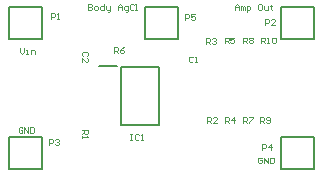
<source format=gto>
G04*
G04 #@! TF.GenerationSoftware,Altium Limited,Altium Designer,20.1.12 (249)*
G04*
G04 Layer_Color=65535*
%FSLAX44Y44*%
%MOMM*%
G71*
G04*
G04 #@! TF.SameCoordinates,FEBEC7C4-031D-4068-AE87-DD61D03ADA7D*
G04*
G04*
G04 #@! TF.FilePolarity,Positive*
G04*
G01*
G75*
%ADD10C,0.2000*%
%ADD11C,0.1000*%
D10*
X259200Y116550D02*
Y143450D01*
X230800D02*
X259200D01*
X230800Y116550D02*
Y143450D01*
Y116550D02*
X259200D01*
Y6550D02*
Y33450D01*
X230800D02*
X259200D01*
X230800Y6550D02*
Y33450D01*
Y6550D02*
X259200D01*
X29200D02*
Y33450D01*
X800D02*
X29200D01*
X800Y6550D02*
Y33450D01*
Y6550D02*
X29200D01*
X144200Y116550D02*
Y143450D01*
X115800D02*
X144200D01*
X115800Y116550D02*
Y143450D01*
Y116550D02*
X144200D01*
X29200D02*
Y143450D01*
X800D02*
X29200D01*
X800Y116550D02*
Y143450D01*
Y116550D02*
X29200D01*
X95542Y92510D02*
X127542D01*
Y43490D02*
Y92510D01*
X95542Y43490D02*
X127542D01*
X95542D02*
Y92510D01*
X76792Y93800D02*
X92043D01*
D11*
X215332Y15165D02*
X214499Y15998D01*
X212833D01*
X212000Y15165D01*
Y11833D01*
X212833Y11000D01*
X214499D01*
X215332Y11833D01*
Y13499D01*
X213666D01*
X216998Y11000D02*
Y15998D01*
X220331Y11000D01*
Y15998D01*
X221997D02*
Y11000D01*
X224496D01*
X225329Y11833D01*
Y15165D01*
X224496Y15998D01*
X221997D01*
X192000Y140666D02*
Y143998D01*
X193666Y145665D01*
X195332Y143998D01*
Y140666D01*
Y143165D01*
X192000D01*
X196998Y140666D02*
Y143998D01*
X197831D01*
X198664Y143165D01*
Y140666D01*
Y143165D01*
X199498Y143998D01*
X200331Y143165D01*
Y140666D01*
X201997Y139000D02*
Y143998D01*
X204496D01*
X205329Y143165D01*
Y141499D01*
X204496Y140666D01*
X201997D01*
X214493Y145665D02*
X212826D01*
X211994Y144831D01*
Y141499D01*
X212826Y140666D01*
X214493D01*
X215326Y141499D01*
Y144831D01*
X214493Y145665D01*
X216992Y143998D02*
Y141499D01*
X217825Y140666D01*
X220324D01*
Y143998D01*
X222823Y144831D02*
Y143998D01*
X221990D01*
X223656D01*
X222823D01*
Y141499D01*
X223656Y140666D01*
X68000Y145665D02*
Y140666D01*
X70499D01*
X71332Y141499D01*
Y142332D01*
X70499Y143165D01*
X68000D01*
X70499D01*
X71332Y143998D01*
Y144831D01*
X70499Y145665D01*
X68000D01*
X73831Y140666D02*
X75497D01*
X76331Y141499D01*
Y143165D01*
X75497Y143998D01*
X73831D01*
X72998Y143165D01*
Y141499D01*
X73831Y140666D01*
X81329Y145665D02*
Y140666D01*
X78830D01*
X77997Y141499D01*
Y143165D01*
X78830Y143998D01*
X81329D01*
X82995D02*
Y141499D01*
X83828Y140666D01*
X86327D01*
Y139833D01*
X85494Y139000D01*
X84661D01*
X86327Y140666D02*
Y143998D01*
X92992Y140666D02*
Y143998D01*
X94658Y145665D01*
X96324Y143998D01*
Y140666D01*
Y143165D01*
X92992D01*
X99656Y139000D02*
X100489D01*
X101322Y139833D01*
Y143998D01*
X98823D01*
X97990Y143165D01*
Y141499D01*
X98823Y140666D01*
X101322D01*
X106321Y144831D02*
X105488Y145665D01*
X103822D01*
X102989Y144831D01*
Y141499D01*
X103822Y140666D01*
X105488D01*
X106321Y141499D01*
X107987Y140666D02*
X109653D01*
X108820D01*
Y145665D01*
X107987D01*
X12332Y41165D02*
X11499Y41998D01*
X9833D01*
X9000Y41165D01*
Y37833D01*
X9833Y37000D01*
X11499D01*
X12332Y37833D01*
Y39499D01*
X10666D01*
X13998Y37000D02*
Y41998D01*
X17331Y37000D01*
Y41998D01*
X18997D02*
Y37000D01*
X21496D01*
X22329Y37833D01*
Y41165D01*
X21496Y41998D01*
X18997D01*
X10000Y108998D02*
Y105666D01*
X11666Y104000D01*
X13332Y105666D01*
Y108998D01*
X14998Y104000D02*
X16665D01*
X15831D01*
Y107332D01*
X14998D01*
X19164Y104000D02*
Y107332D01*
X21663D01*
X22496Y106499D01*
Y104000D01*
X214406Y112600D02*
Y117598D01*
X216905D01*
X217738Y116765D01*
Y115099D01*
X216905Y114266D01*
X214406D01*
X216072D02*
X217738Y112600D01*
X219404D02*
X221070D01*
X220237D01*
Y117598D01*
X219404Y116765D01*
X223570D02*
X224403Y117598D01*
X226069D01*
X226902Y116765D01*
Y113433D01*
X226069Y112600D01*
X224403D01*
X223570Y113433D01*
Y116765D01*
X213835Y45501D02*
Y50499D01*
X216334D01*
X217167Y49666D01*
Y48000D01*
X216334Y47167D01*
X213835D01*
X215501D02*
X217167Y45501D01*
X218833Y46334D02*
X219666Y45501D01*
X221332D01*
X222165Y46334D01*
Y49666D01*
X221332Y50499D01*
X219666D01*
X218833Y49666D01*
Y48833D01*
X219666Y48000D01*
X222165D01*
X198912Y112600D02*
Y117598D01*
X201411D01*
X202244Y116765D01*
Y115099D01*
X201411Y114266D01*
X198912D01*
X200578D02*
X202244Y112600D01*
X203910Y116765D02*
X204743Y117598D01*
X206409D01*
X207243Y116765D01*
Y115932D01*
X206409Y115099D01*
X207243Y114266D01*
Y113433D01*
X206409Y112600D01*
X204743D01*
X203910Y113433D01*
Y114266D01*
X204743Y115099D01*
X203910Y115932D01*
Y116765D01*
X204743Y115099D02*
X206409D01*
X198835Y45501D02*
Y50499D01*
X201334D01*
X202167Y49666D01*
Y48000D01*
X201334Y47167D01*
X198835D01*
X200501D02*
X202167Y45501D01*
X203833Y50499D02*
X207165D01*
Y49666D01*
X203833Y46334D01*
Y45501D01*
X89835Y104501D02*
Y109499D01*
X92334D01*
X93167Y108666D01*
Y107000D01*
X92334Y106167D01*
X89835D01*
X91501D02*
X93167Y104501D01*
X98165Y109499D02*
X96499Y108666D01*
X94833Y107000D01*
Y105334D01*
X95666Y104501D01*
X97332D01*
X98165Y105334D01*
Y106167D01*
X97332Y107000D01*
X94833D01*
X183418Y112600D02*
Y117598D01*
X185917D01*
X186750Y116765D01*
Y115099D01*
X185917Y114266D01*
X183418D01*
X185084D02*
X186750Y112600D01*
X191749Y117598D02*
X188416D01*
Y115099D01*
X190082Y115932D01*
X190916D01*
X191749Y115099D01*
Y113433D01*
X190916Y112600D01*
X189249D01*
X188416Y113433D01*
X183835Y45501D02*
Y50499D01*
X186334D01*
X187167Y49666D01*
Y48000D01*
X186334Y47167D01*
X183835D01*
X185501D02*
X187167Y45501D01*
X191332D02*
Y50499D01*
X188833Y48000D01*
X192165D01*
X167924Y112346D02*
Y117344D01*
X170423D01*
X171256Y116511D01*
Y114845D01*
X170423Y114012D01*
X167924D01*
X169590D02*
X171256Y112346D01*
X172922Y116511D02*
X173755Y117344D01*
X175422D01*
X176255Y116511D01*
Y115678D01*
X175422Y114845D01*
X174589D01*
X175422D01*
X176255Y114012D01*
Y113179D01*
X175422Y112346D01*
X173755D01*
X172922Y113179D01*
X168835Y45501D02*
Y50499D01*
X171334D01*
X172167Y49666D01*
Y48000D01*
X171334Y47167D01*
X168835D01*
X170501D02*
X172167Y45501D01*
X177165D02*
X173833D01*
X177165Y48833D01*
Y49666D01*
X176332Y50499D01*
X174666D01*
X173833Y49666D01*
X62501Y39332D02*
X67499D01*
Y36833D01*
X66666Y36000D01*
X65000D01*
X64167Y36833D01*
Y39332D01*
Y37666D02*
X62501Y36000D01*
Y34334D02*
Y32668D01*
Y33501D01*
X67499D01*
X66666Y34334D01*
X149835Y132501D02*
Y137499D01*
X152334D01*
X153167Y136666D01*
Y135000D01*
X152334Y134167D01*
X149835D01*
X158165Y137499D02*
X154833D01*
Y135000D01*
X156499Y135833D01*
X157332D01*
X158165Y135000D01*
Y133334D01*
X157332Y132501D01*
X155666D01*
X154833Y133334D01*
X214835Y22501D02*
Y27499D01*
X217334D01*
X218167Y26666D01*
Y25000D01*
X217334Y24167D01*
X214835D01*
X222332Y22501D02*
Y27499D01*
X219833Y25000D01*
X223165D01*
X34835Y26501D02*
Y31499D01*
X37334D01*
X38167Y30666D01*
Y29000D01*
X37334Y28167D01*
X34835D01*
X39833Y30666D02*
X40666Y31499D01*
X42332D01*
X43165Y30666D01*
Y29833D01*
X42332Y29000D01*
X41499D01*
X42332D01*
X43165Y28167D01*
Y27334D01*
X42332Y26501D01*
X40666D01*
X39833Y27334D01*
X217835Y128501D02*
Y133499D01*
X220334D01*
X221167Y132666D01*
Y131000D01*
X220334Y130167D01*
X217835D01*
X226165Y128501D02*
X222833D01*
X226165Y131833D01*
Y132666D01*
X225332Y133499D01*
X223666D01*
X222833Y132666D01*
X36668Y133501D02*
Y138499D01*
X39167D01*
X40000Y137666D01*
Y136000D01*
X39167Y135167D01*
X36668D01*
X41666Y133501D02*
X43332D01*
X42499D01*
Y138499D01*
X41666Y137666D01*
X103585Y35499D02*
X105251D01*
X104418D01*
Y30501D01*
X103585D01*
X105251D01*
X111083Y34666D02*
X110250Y35499D01*
X108583D01*
X107750Y34666D01*
Y31334D01*
X108583Y30501D01*
X110250D01*
X111083Y31334D01*
X112749Y30501D02*
X114415D01*
X113582D01*
Y35499D01*
X112749Y34666D01*
X66666Y101833D02*
X67499Y102666D01*
Y104332D01*
X66666Y105165D01*
X63334D01*
X62501Y104332D01*
Y102666D01*
X63334Y101833D01*
X62501Y96835D02*
Y100167D01*
X65833Y96835D01*
X66666D01*
X67499Y97668D01*
Y99334D01*
X66666Y100167D01*
X157000Y100666D02*
X156167Y101499D01*
X154501D01*
X153668Y100666D01*
Y97334D01*
X154501Y96501D01*
X156167D01*
X157000Y97334D01*
X158666Y96501D02*
X160332D01*
X159499D01*
Y101499D01*
X158666Y100666D01*
M02*

</source>
